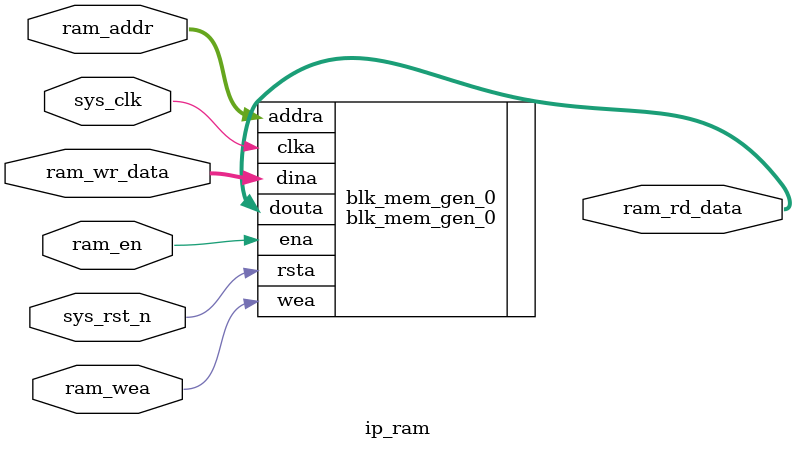
<source format=v>
`timescale 1ns / 1ps


module ip_ram(
 sys_clk, sys_rst_n, ram_en, ram_wea, ram_addr, ram_wr_data, ram_rd_data 
    
    );
    input sys_clk,sys_rst_n;
    input         ram_en, ram_wea ;
    input [3 : 0] ram_addr      ;
    input [15 : 0] ram_wr_data   ;
    output [15 : 0] ram_rd_data   ;
    

blk_mem_gen_0 blk_mem_gen_0 (
  .clka(sys_clk),            // input wire clka
  .rsta(sys_rst_n),            // input wire rsta
  .ena(ram_en),              // input wire ena
  .wea(ram_wea),              // input wire [0 : 0] wea
  .addra(ram_addr),          // input wire [3 : 0] addra
  .dina(ram_wr_data),            // input wire [15 : 0] dina
  .douta(ram_rd_data)          // output wire [15 : 0] douta
 // .rsta_busy()  // output wire rsta_busy
);

endmodule


</source>
